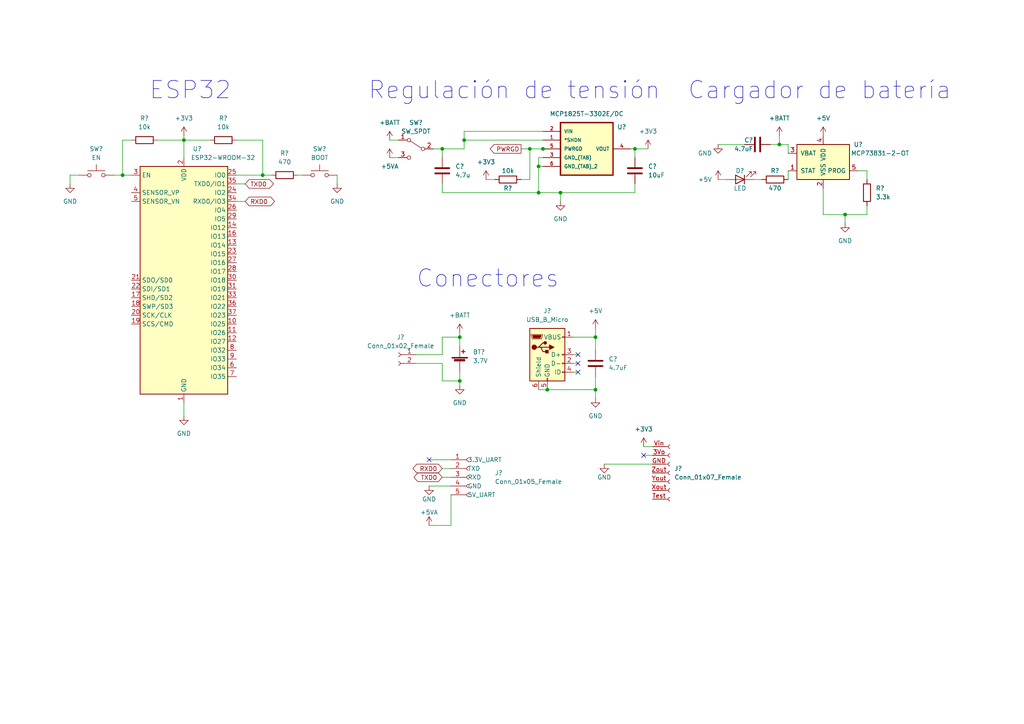
<source format=kicad_sch>
(kicad_sch (version 20211123) (generator eeschema)
  (paper "A4")
  (lib_symbols
    (symbol "Battery_Management:MCP73831-2-OT" (pin_names (offset 1.016))
      (property "Reference" "U" (at -7.62 6.35 0))
      (property "Value" "MCP73831-2-OT" (at 1.27 6.35 0))
      (symbol "MCP73831-2-OT_0_1"
        (rectangle (start -7.62 5.08) (end 7.62 -5.08) (stroke (width 0.254)) (fill (type background)))
      )
      (symbol "MCP73831-2-OT_1_1"
        (pin output line (at 10.16 -2.54 180) (length 2.54) (name "STAT") (number "1"))
        (pin power_in line (at 0 -7.62 90) (length 2.54) (name "VSS") (number "2"))
        (pin power_out line (at 10.16 2.54 180) (length 2.54) (name "VBAT") (number "3"))
        (pin power_in line (at 0 7.62 270) (length 2.54) (name "VDD") (number "4"))
        (pin input line (at -10.16 -2.54 0) (length 2.54) (name "PROG") (number "5"))
      )
    )
    (symbol "Connector:Conn_01x02_Female" (pin_names (offset 1.016) hide)
      (property "Reference" "J" (at 0 2.54 0))
      (property "Value" "Conn_01x02_Female" (at 0 -5.08 0))
      (symbol "Conn_01x02_Female_1_1"
        (arc (start 0 -2.032) (mid -0.508 -2.54) (end 0 -3.048) (stroke (width 0.1524)))
        (polyline (pts (xy -1.27 -2.54) (xy -0.508 -2.54)) (stroke (width 0.1524)))
        (polyline (pts (xy -1.27 0) (xy -0.508 0)) (stroke (width 0.1524)))
        (arc (start 0 0.508) (mid -0.508 0) (end 0 -0.508) (stroke (width 0.1524)))
        (pin passive line (at -5.08 0 0) (length 3.81) (name "Pin_1") (number "1"))
        (pin passive line (at -5.08 -2.54 0) (length 3.81) (name "Pin_2") (number "2"))
      )
    )
    (symbol "Connector:Conn_01x05_Female" (pin_names (offset 1.016))
      (property "Reference" "J?" (at 7.62 1.27 0))
      (property "Value" "Conn_01x05_Female" (at 7.62 -1.27 0))
      (symbol "Conn_01x05_Female_1_1"
        (arc (start 0 -4.572) (mid -0.508 -5.08) (end 0 -5.588) (stroke (width 0.1524)))
        (arc (start 0 -2.032) (mid -0.508 -2.54) (end 0 -3.048) (stroke (width 0.1524)))
        (polyline (pts (xy -1.27 -5.08) (xy -0.508 -5.08)) (stroke (width 0.1524)))
        (polyline (pts (xy -1.27 -2.54) (xy -0.508 -2.54)) (stroke (width 0.1524)))
        (polyline (pts (xy -1.27 0) (xy -0.508 0)) (stroke (width 0.1524)))
        (polyline (pts (xy -1.27 2.54) (xy -0.508 2.54)) (stroke (width 0.1524)))
        (polyline (pts (xy -1.27 5.08) (xy -0.508 5.08)) (stroke (width 0.1524)))
        (arc (start 0 0.508) (mid -0.508 0) (end 0 -0.508) (stroke (width 0.1524)))
        (arc (start 0 3.048) (mid -0.508 2.54) (end 0 2.032) (stroke (width 0.1524)))
        (arc (start 0 5.588) (mid -0.508 5.08) (end 0 4.572) (stroke (width 0.1524)))
        (pin passive line (at -5.08 5.08 0) (length 3.81) (name "3.3V_UART") (number "1"))
        (pin passive line (at -5.08 2.54 0) (length 3.81) (name "TXD") (number "2"))
        (pin passive line (at -5.08 0 0) (length 3.81) (name "RXD") (number "3"))
        (pin passive line (at -5.08 -2.54 0) (length 3.81) (name "GND") (number "4"))
        (pin passive line (at -5.08 -5.08 0) (length 3.81) (name "5V_UART") (number "5"))
      )
    )
    (symbol "Connector:Conn_01x07_Female" (pin_names (offset 1.016) hide)
      (property "Reference" "J?" (at 1.27 1.2701 0))
      (property "Value" "Conn_01x07_Female" (at 1.27 -1.2699 0))
      (symbol "Conn_01x07_Female_1_1"
        (arc (start 0 -7.112) (mid -0.508 -7.62) (end 0 -8.128) (stroke (width 0.1524)))
        (arc (start 0 -4.572) (mid -0.508 -5.08) (end 0 -5.588) (stroke (width 0.1524)))
        (arc (start 0 -2.032) (mid -0.508 -2.54) (end 0 -3.048) (stroke (width 0.1524)))
        (polyline (pts (xy -1.27 -7.62) (xy -0.508 -7.62)) (stroke (width 0.1524)))
        (polyline (pts (xy -1.27 -5.08) (xy -0.508 -5.08)) (stroke (width 0.1524)))
        (polyline (pts (xy -1.27 -2.54) (xy -0.508 -2.54)) (stroke (width 0.1524)))
        (polyline (pts (xy -1.27 0) (xy -0.508 0)) (stroke (width 0.1524)))
        (polyline (pts (xy -1.27 2.54) (xy -0.508 2.54)) (stroke (width 0.1524)))
        (polyline (pts (xy -1.27 5.08) (xy -0.508 5.08)) (stroke (width 0.1524)))
        (polyline (pts (xy -1.27 7.62) (xy -0.508 7.62)) (stroke (width 0.1524)))
        (arc (start 0 0.508) (mid -0.508 0) (end 0 -0.508) (stroke (width 0.1524)))
        (arc (start 0 3.048) (mid -0.508 2.54) (end 0 2.032) (stroke (width 0.1524)))
        (arc (start 0 5.588) (mid -0.508 5.08) (end 0 4.572) (stroke (width 0.1524)))
        (arc (start 0 8.128) (mid -0.508 7.62) (end 0 7.112) (stroke (width 0.1524)))
        (pin passive line (at -5.08 5.08 0) (length 3.81) (name "Pin_2") (number "3Vo"))
        (pin passive line (at -5.08 2.54 0) (length 3.81) (name "Pin_3") (number "GND"))
        (pin passive line (at -5.08 -7.62 0) (length 3.81) (name "Pin_7") (number "Test"))
        (pin passive line (at -5.08 7.62 0) (length 3.81) (name "Pin_1") (number "Vin"))
        (pin passive line (at -5.08 -5.08 0) (length 3.81) (name "Pin_6") (number "Xout"))
        (pin passive line (at -5.08 -2.54 0) (length 3.81) (name "Pin_5") (number "Yout"))
        (pin passive line (at -5.08 0 0) (length 3.81) (name "Pin_4") (number "Zout"))
      )
    )
    (symbol "Connector:USB_B_Micro" (pin_names (offset 1.016))
      (property "Reference" "J" (at -5.08 11.43 0))
      (property "Value" "USB_B_Micro" (at -5.08 8.89 0))
      (symbol "USB_B_Micro_0_1"
        (rectangle (start -5.08 -7.62) (end 5.08 7.62) (stroke (width 0.254)) (fill (type background)))
        (circle (center -3.81 2.159) (radius 0.635) (stroke (width 0.254)) (fill (type outline)))
        (circle (center -0.635 3.429) (radius 0.381) (stroke (width 0.254)) (fill (type outline)))
        (rectangle (start -0.127 -7.62) (end 0.127 -6.858))
        (polyline (pts (xy -1.905 2.159) (xy 0.635 2.159)) (stroke (width 0.254)))
        (polyline (pts (xy -3.175 2.159) (xy -2.54 2.159) (xy -1.27 3.429) (xy -0.635 3.429)) (stroke (width 0.254)))
        (polyline (pts (xy -2.54 2.159) (xy -1.905 2.159) (xy -1.27 0.889) (xy 0 0.889)) (stroke (width 0.254)))
        (polyline (pts (xy 0.635 2.794) (xy 0.635 1.524) (xy 1.905 2.159) (xy 0.635 2.794)) (stroke (width 0.254)) (fill (type outline)))
        (polyline (pts (xy -4.318 5.588) (xy -1.778 5.588) (xy -2.032 4.826) (xy -4.064 4.826) (xy -4.318 5.588)) (fill (type outline)))
        (polyline (pts (xy -4.699 5.842) (xy -4.699 5.588) (xy -4.445 4.826) (xy -4.445 4.572) (xy -1.651 4.572) (xy -1.651 4.826) (xy -1.397 5.588) (xy -1.397 5.842) (xy -4.699 5.842)))
        (rectangle (start 0.254 1.27) (end -0.508 0.508) (stroke (width 0.254)) (fill (type outline)))
        (rectangle (start 5.08 -5.207) (end 4.318 -4.953))
        (rectangle (start 5.08 -2.667) (end 4.318 -2.413))
        (rectangle (start 5.08 -0.127) (end 4.318 0.127))
        (rectangle (start 5.08 4.953) (end 4.318 5.207))
      )
      (symbol "USB_B_Micro_1_1"
        (pin power_out line (at 7.62 5.08 180) (length 2.54) (name "VBUS") (number "1"))
        (pin bidirectional line (at 7.62 -2.54 180) (length 2.54) (name "D-") (number "2"))
        (pin bidirectional line (at 7.62 0 180) (length 2.54) (name "D+") (number "3"))
        (pin passive line (at 7.62 -5.08 180) (length 2.54) (name "ID") (number "4"))
        (pin power_out line (at 0 -10.16 90) (length 2.54) (name "GND") (number "5"))
        (pin passive line (at -2.54 -10.16 90) (length 2.54) (name "Shield") (number "6"))
      )
    )
    (symbol "Device:Battery_Cell" (pin_numbers hide) (pin_names (offset 0) hide)
      (property "Reference" "BT" (at 2.54 2.54 0))
      (property "Value" "Battery_Cell" (at 2.54 0 0))
      (symbol "Battery_Cell_0_1"
        (rectangle (start -2.286 1.778) (end 2.286 1.524) (fill (type outline)))
        (rectangle (start -1.5748 1.1938) (end 1.4732 0.6858) (fill (type outline)))
        (polyline (pts (xy 0 0.762) (xy 0 0)))
        (polyline (pts (xy 0 1.778) (xy 0 2.54)))
        (polyline (pts (xy 0.508 3.429) (xy 1.524 3.429)) (stroke (width 0.254)))
        (polyline (pts (xy 1.016 3.937) (xy 1.016 2.921)) (stroke (width 0.254)))
      )
      (symbol "Battery_Cell_1_1"
        (pin passive line (at 0 5.08 270) (length 2.54) (name "+") (number "1"))
        (pin passive line (at 0 -2.54 90) (length 2.54) (name "-") (number "2"))
      )
    )
    (symbol "Device:C" (pin_numbers hide) (pin_names (offset 0.254))
      (property "Reference" "C" (at 0.635 2.54 0))
      (property "Value" "C" (at 0.635 -2.54 0))
      (symbol "C_0_1"
        (polyline (pts (xy -2.032 -0.762) (xy 2.032 -0.762)) (stroke (width 0.508)))
        (polyline (pts (xy -2.032 0.762) (xy 2.032 0.762)) (stroke (width 0.508)))
      )
      (symbol "C_1_1"
        (pin passive line (at 0 3.81 270) (length 2.794) (name "~") (number "1"))
        (pin passive line (at 0 -3.81 90) (length 2.794) (name "~") (number "2"))
      )
    )
    (symbol "Device:LED" (pin_numbers hide) (pin_names (offset 1.016) hide)
      (property "Reference" "D" (at 0 2.54 0))
      (property "Value" "LED" (at 0 -2.54 0))
      (symbol "LED_0_1"
        (polyline (pts (xy -1.27 -1.27) (xy -1.27 1.27)) (stroke (width 0.254)))
        (polyline (pts (xy -1.27 0) (xy 1.27 0)))
        (polyline (pts (xy 1.27 -1.27) (xy 1.27 1.27) (xy -1.27 0) (xy 1.27 -1.27)) (stroke (width 0.254)))
        (polyline (pts (xy -3.048 -0.762) (xy -4.572 -2.286) (xy -3.81 -2.286) (xy -4.572 -2.286) (xy -4.572 -1.524)))
        (polyline (pts (xy -1.778 -0.762) (xy -3.302 -2.286) (xy -2.54 -2.286) (xy -3.302 -2.286) (xy -3.302 -1.524)))
      )
      (symbol "LED_1_1"
        (pin passive line (at -3.81 0 0) (length 2.54) (name "K") (number "1"))
        (pin passive line (at 3.81 0 180) (length 2.54) (name "A") (number "2"))
      )
    )
    (symbol "Device:R" (pin_numbers hide) (pin_names (offset 0))
      (property "Reference" "R" (at 2.032 0 90))
      (property "Value" "R" (at 0 0 90))
      (symbol "R_0_1"
        (rectangle (start -1.016 -2.54) (end 1.016 2.54) (stroke (width 0.254)))
      )
      (symbol "R_1_1"
        (pin passive line (at 0 3.81 270) (length 1.27) (name "~") (number "1"))
        (pin passive line (at 0 -3.81 90) (length 1.27) (name "~") (number "2"))
      )
    )
    (symbol "MCP1825T-3302E_DC:MCP1825T-3302E{slash}DC" (pin_names (offset 1.016))
      (property "Reference" "U?" (at 0 15.24 0))
      (property "Value" "MCP1825T-3302E/DC" (at 0 12.7 0))
      (symbol "MCP1825T-3302E{slash}DC_0_0"
        (rectangle (start -7.62 8.89) (end 7.62 -6.35) (stroke (width 0.4064)) (fill (type background)))
        (pin input line (at -12.7 3.81 0) (length 5.08) (name "*SHDN") (number "1"))
        (pin input line (at -12.7 6.35 0) (length 5.08) (name "VIN") (number "2"))
        (pin passive line (at -12.7 -1.27 0) (length 5.08) (name "GND_(TAB)") (number "3"))
        (pin output line (at 12.7 1.27 180) (length 5.08) (name "VOUT") (number "4"))
        (pin input line (at -12.7 1.27 0) (length 5.08) (name "PWRGD") (number "5"))
        (pin passive line (at -12.7 -3.81 0) (length 5.08) (name "GND_(TAB)_2") (number "6"))
      )
    )
    (symbol "RF_Module:ESP32-WROOM-32"
      (property "Reference" "U" (at -12.7 34.29 0))
      (property "Value" "ESP32-WROOM-32" (at 1.27 34.29 0))
      (symbol "ESP32-WROOM-32_0_1"
        (rectangle (start -12.7 33.02) (end 12.7 -33.02) (stroke (width 0.254)) (fill (type background)))
      )
      (symbol "ESP32-WROOM-32_1_1"
        (pin power_in line (at 0 -35.56 90) (length 2.54) (name "GND") (number "1"))
        (pin bidirectional line (at 15.24 -12.7 180) (length 2.54) (name "IO25") (number "10"))
        (pin bidirectional line (at 15.24 -15.24 180) (length 2.54) (name "IO26") (number "11"))
        (pin bidirectional line (at 15.24 -17.78 180) (length 2.54) (name "IO27") (number "12"))
        (pin bidirectional line (at 15.24 10.16 180) (length 2.54) (name "IO14") (number "13"))
        (pin bidirectional line (at 15.24 15.24 180) (length 2.54) (name "IO12") (number "14"))
        (pin passive line (at 0 -35.56 90) (length 2.54) hide (name "GND") (number "15"))
        (pin bidirectional line (at 15.24 12.7 180) (length 2.54) (name "IO13") (number "16"))
        (pin bidirectional line (at -15.24 -5.08 0) (length 2.54) (name "SHD/SD2") (number "17"))
        (pin bidirectional line (at -15.24 -7.62 0) (length 2.54) (name "SWP/SD3") (number "18"))
        (pin bidirectional line (at -15.24 -12.7 0) (length 2.54) (name "SCS/CMD") (number "19"))
        (pin power_in line (at 0 35.56 270) (length 2.54) (name "VDD") (number "2"))
        (pin bidirectional line (at -15.24 -10.16 0) (length 2.54) (name "SCK/CLK") (number "20"))
        (pin bidirectional line (at -15.24 0 0) (length 2.54) (name "SDO/SD0") (number "21"))
        (pin bidirectional line (at -15.24 -2.54 0) (length 2.54) (name "SDI/SD1") (number "22"))
        (pin bidirectional line (at 15.24 7.62 180) (length 2.54) (name "IO15") (number "23"))
        (pin bidirectional line (at 15.24 25.4 180) (length 2.54) (name "IO2") (number "24"))
        (pin bidirectional line (at 15.24 30.48 180) (length 2.54) (name "IO0") (number "25"))
        (pin bidirectional line (at 15.24 20.32 180) (length 2.54) (name "IO4") (number "26"))
        (pin bidirectional line (at 15.24 5.08 180) (length 2.54) (name "IO16") (number "27"))
        (pin bidirectional line (at 15.24 2.54 180) (length 2.54) (name "IO17") (number "28"))
        (pin bidirectional line (at 15.24 17.78 180) (length 2.54) (name "IO5") (number "29"))
        (pin input line (at -15.24 30.48 0) (length 2.54) (name "EN") (number "3"))
        (pin bidirectional line (at 15.24 0 180) (length 2.54) (name "IO18") (number "30"))
        (pin bidirectional line (at 15.24 -2.54 180) (length 2.54) (name "IO19") (number "31"))
        (pin no_connect line (at -12.7 -27.94 0) (length 2.54) hide (name "NC") (number "32"))
        (pin bidirectional line (at 15.24 -5.08 180) (length 2.54) (name "IO21") (number "33"))
        (pin bidirectional line (at 15.24 22.86 180) (length 2.54) (name "RXD0/IO3") (number "34"))
        (pin bidirectional line (at 15.24 27.94 180) (length 2.54) (name "TXD0/IO1") (number "35"))
        (pin bidirectional line (at 15.24 -7.62 180) (length 2.54) (name "IO22") (number "36"))
        (pin bidirectional line (at 15.24 -10.16 180) (length 2.54) (name "IO23") (number "37"))
        (pin passive line (at 0 -35.56 90) (length 2.54) hide (name "GND") (number "38"))
        (pin passive line (at 0 -35.56 90) (length 2.54) hide (name "GND") (number "39"))
        (pin input line (at -15.24 25.4 0) (length 2.54) (name "SENSOR_VP") (number "4"))
        (pin input line (at -15.24 22.86 0) (length 2.54) (name "SENSOR_VN") (number "5"))
        (pin input line (at 15.24 -25.4 180) (length 2.54) (name "IO34") (number "6"))
        (pin input line (at 15.24 -27.94 180) (length 2.54) (name "IO35") (number "7"))
        (pin bidirectional line (at 15.24 -20.32 180) (length 2.54) (name "IO32") (number "8"))
        (pin bidirectional line (at 15.24 -22.86 180) (length 2.54) (name "IO33") (number "9"))
      )
    )
    (symbol "Switch:SW_Push" (pin_numbers hide) (pin_names (offset 1.016) hide)
      (property "Reference" "SW" (at 1.27 2.54 0))
      (property "Value" "SW_Push" (at 0 -1.524 0))
      (symbol "SW_Push_0_1"
        (circle (center -2.032 0) (radius 0.508))
        (polyline (pts (xy 0 1.27) (xy 0 3.048)))
        (polyline (pts (xy 2.54 1.27) (xy -2.54 1.27)))
        (circle (center 2.032 0) (radius 0.508))
        (pin passive line (at -5.08 0 0) (length 2.54) (name "1") (number "1"))
        (pin passive line (at 5.08 0 180) (length 2.54) (name "2") (number "2"))
      )
    )
    (symbol "Switch:SW_SPDT" (pin_names (offset 0) hide)
      (property "Reference" "SW" (at 0 4.318 0))
      (property "Value" "SW_SPDT" (at 0 -5.08 0))
      (symbol "SW_SPDT_0_0"
        (circle (center -2.032 0) (radius 0.508))
        (circle (center 2.032 -2.54) (radius 0.508))
      )
      (symbol "SW_SPDT_0_1"
        (polyline (pts (xy -1.524 0.254) (xy 1.651 2.286)))
        (circle (center 2.032 2.54) (radius 0.508))
      )
      (symbol "SW_SPDT_1_1"
        (pin passive line (at 5.08 2.54 180) (length 2.54) (name "A") (number "1"))
        (pin passive line (at -5.08 0 0) (length 2.54) (name "B") (number "2"))
        (pin passive line (at 5.08 -2.54 180) (length 2.54) (name "C") (number "3"))
      )
    )
    (symbol "power:+3.3V" (power) (pin_names (offset 0))
      (property "Value" "+3.3V" (at 0 3.556 0))
      (symbol "+3.3V_0_1"
        (polyline (pts (xy -0.762 1.27) (xy 0 2.54)))
        (polyline (pts (xy 0 0) (xy 0 2.54)))
        (polyline (pts (xy 0 2.54) (xy 0.762 1.27)))
      )
      (symbol "+3.3V_1_1"
        (pin power_in line (at 0 0 90) (length 0) hide (name "+3V3") (number "1"))
      )
    )
    (symbol "power:+5V" (power) (pin_names (offset 0))
      (property "Value" "+5V" (at 0 3.556 0))
      (symbol "+5V_0_1"
        (polyline (pts (xy -0.762 1.27) (xy 0 2.54)))
        (polyline (pts (xy 0 0) (xy 0 2.54)))
        (polyline (pts (xy 0 2.54) (xy 0.762 1.27)))
      )
      (symbol "+5V_1_1"
        (pin power_in line (at 0 0 90) (length 0) hide (name "+5V") (number "1"))
      )
    )
    (symbol "power:+5VA" (power) (pin_names (offset 0))
      (property "Value" "+5VA" (at 0 3.556 0))
      (symbol "+5VA_0_1"
        (polyline (pts (xy -0.762 1.27) (xy 0 2.54)))
        (polyline (pts (xy 0 0) (xy 0 2.54)))
        (polyline (pts (xy 0 2.54) (xy 0.762 1.27)))
      )
      (symbol "+5VA_1_1"
        (pin power_in line (at 0 0 90) (length 0) hide (name "+5VA") (number "1"))
      )
    )
    (symbol "power:+BATT" (power) (pin_names (offset 0))
      (property "Value" "+BATT" (at 0 3.556 0))
      (symbol "+BATT_0_1"
        (polyline (pts (xy -0.762 1.27) (xy 0 2.54)))
        (polyline (pts (xy 0 0) (xy 0 2.54)))
        (polyline (pts (xy 0 2.54) (xy 0.762 1.27)))
      )
      (symbol "+BATT_1_1"
        (pin power_in line (at 0 0 90) (length 0) hide (name "+BATT") (number "1"))
      )
    )
    (symbol "power:GND" (power) (pin_names (offset 0))
      (property "Value" "GND" (at 0 -3.81 0))
      (symbol "GND_0_1"
        (polyline (pts (xy 0 0) (xy 0 -1.27) (xy 1.27 -1.27) (xy 0 -2.54) (xy -1.27 -1.27) (xy 0 -1.27)))
      )
      (symbol "GND_1_1"
        (pin power_in line (at 0 0 270) (length 0) hide (name "GND") (number "1"))
      )
    )
  )
  (junction (at 172.72 113.03))
  (junction (at 35.56 50.8))
  (junction (at 76.2 50.8))
  (junction (at 156.21 48.26))
  (junction (at 134.62 40.64))
  (junction (at 157.48 43.18))
  (junction (at 133.35 110.49))
  (junction (at 133.35 97.79))
  (junction (at 172.72 97.79))
  (junction (at 162.56 55.88))
  (junction (at 153.67 43.18))
  (junction (at 53.34 40.64))
  (junction (at 158.75 113.03))
  (junction (at 226.06 41.91))
  (junction (at 156.21 55.88))
  (junction (at 245.11 62.23))
  (junction (at 128.27 43.18))
  (junction (at 184.15 43.18))
  (no_connect (at 167.64 105.41))
  (no_connect (at 167.64 107.95))
  (no_connect (at 167.64 102.87))
  (no_connect (at 186.69 132.08))
  (no_connect (at 124.46 133.35))
  (wire (pts (xy 128.27 105.41) (xy 128.27 110.49)))
  (wire (pts (xy 156.21 55.88) (xy 162.56 55.88)))
  (wire (pts (xy 128.27 55.88) (xy 128.27 53.34)))
  (wire (pts (xy 68.58 53.34) (xy 71.12 53.34)))
  (wire (pts (xy 134.62 40.64) (xy 157.48 40.64)))
  (wire (pts (xy 68.58 40.64) (xy 76.2 40.64)))
  (wire (pts (xy 120.65 105.41) (xy 128.27 105.41)))
  (wire (pts (xy 128.27 55.88) (xy 156.21 55.88)))
  (wire (pts (xy 68.58 58.42) (xy 71.12 58.42)))
  (wire (pts (xy 134.62 40.64) (xy 134.62 38.1)))
  (wire (pts (xy 223.52 41.91) (xy 226.06 41.91)))
  (wire (pts (xy 228.6 41.91) (xy 226.06 41.91)))
  (wire (pts (xy 130.81 152.4) (xy 130.81 143.51)))
  (wire (pts (xy 251.46 49.53) (xy 251.46 52.07)))
  (wire (pts (xy 208.28 41.91) (xy 215.9 41.91)))
  (wire (pts (xy 53.34 40.64) (xy 60.96 40.64)))
  (wire (pts (xy 172.72 95.25) (xy 172.72 97.79)))
  (wire (pts (xy 186.69 129.54) (xy 189.23 129.54)))
  (wire (pts (xy 22.86 50.8) (xy 20.32 50.8)))
  (wire (pts (xy 113.03 40.64) (xy 115.57 40.64)))
  (wire (pts (xy 162.56 55.88) (xy 184.15 55.88)))
  (wire (pts (xy 53.34 120.65) (xy 53.34 116.84)))
  (wire (pts (xy 153.67 43.18) (xy 157.48 43.18)))
  (wire (pts (xy 172.72 109.22) (xy 172.72 113.03)))
  (wire (pts (xy 156.21 45.72) (xy 156.21 48.26)))
  (wire (pts (xy 151.13 52.07) (xy 153.67 52.07)))
  (wire (pts (xy 228.6 52.07) (xy 228.6 49.53)))
  (wire (pts (xy 76.2 50.8) (xy 78.74 50.8)))
  (wire (pts (xy 210.82 52.07) (xy 208.28 52.07)))
  (wire (pts (xy 134.62 38.1) (xy 157.48 38.1)))
  (wire (pts (xy 124.46 152.4) (xy 130.81 152.4)))
  (wire (pts (xy 166.37 102.87) (xy 167.64 102.87)))
  (wire (pts (xy 128.27 110.49) (xy 133.35 110.49)))
  (wire (pts (xy 45.72 40.64) (xy 53.34 40.64)))
  (wire (pts (xy 134.62 43.18) (xy 134.62 40.64)))
  (wire (pts (xy 53.34 40.64) (xy 53.34 45.72)))
  (wire (pts (xy 128.27 138.43) (xy 130.81 138.43)))
  (wire (pts (xy 133.35 97.79) (xy 133.35 100.33)))
  (wire (pts (xy 53.34 39.37) (xy 53.34 40.64)))
  (wire (pts (xy 76.2 40.64) (xy 76.2 50.8)))
  (wire (pts (xy 35.56 50.8) (xy 38.1 50.8)))
  (wire (pts (xy 238.76 54.61) (xy 238.76 62.23)))
  (wire (pts (xy 128.27 135.89) (xy 130.81 135.89)))
  (wire (pts (xy 226.06 39.37) (xy 226.06 41.91)))
  (wire (pts (xy 86.36 50.8) (xy 87.63 50.8)))
  (wire (pts (xy 228.6 44.45) (xy 228.6 41.91)))
  (wire (pts (xy 33.02 50.8) (xy 35.56 50.8)))
  (wire (pts (xy 251.46 62.23) (xy 245.11 62.23)))
  (wire (pts (xy 166.37 105.41) (xy 167.64 105.41)))
  (wire (pts (xy 97.79 50.8) (xy 97.79 53.34)))
  (wire (pts (xy 156.21 113.03) (xy 158.75 113.03)))
  (wire (pts (xy 128.27 97.79) (xy 128.27 102.87)))
  (wire (pts (xy 184.15 55.88) (xy 184.15 53.34)))
  (wire (pts (xy 166.37 107.95) (xy 167.64 107.95)))
  (wire (pts (xy 133.35 110.49) (xy 133.35 111.76)))
  (wire (pts (xy 20.32 50.8) (xy 20.32 53.34)))
  (wire (pts (xy 153.67 43.18) (xy 153.67 52.07)))
  (wire (pts (xy 133.35 96.52) (xy 133.35 97.79)))
  (wire (pts (xy 38.1 40.64) (xy 35.56 40.64)))
  (wire (pts (xy 175.26 134.62) (xy 189.23 134.62)))
  (wire (pts (xy 120.65 102.87) (xy 128.27 102.87)))
  (wire (pts (xy 245.11 64.77) (xy 245.11 62.23)))
  (wire (pts (xy 157.48 43.18) (xy 160.02 43.18)))
  (wire (pts (xy 157.48 45.72) (xy 156.21 45.72)))
  (wire (pts (xy 184.15 43.18) (xy 184.15 45.72)))
  (wire (pts (xy 162.56 55.88) (xy 162.56 58.42)))
  (wire (pts (xy 184.15 43.18) (xy 187.96 43.18)))
  (wire (pts (xy 186.69 132.08) (xy 189.23 132.08)))
  (wire (pts (xy 140.97 52.07) (xy 143.51 52.07)))
  (wire (pts (xy 124.46 140.97) (xy 130.81 140.97)))
  (wire (pts (xy 128.27 97.79) (xy 133.35 97.79)))
  (wire (pts (xy 245.11 62.23) (xy 238.76 62.23)))
  (wire (pts (xy 166.37 97.79) (xy 172.72 97.79)))
  (wire (pts (xy 158.75 113.03) (xy 172.72 113.03)))
  (wire (pts (xy 251.46 49.53) (xy 248.92 49.53)))
  (wire (pts (xy 125.73 43.18) (xy 128.27 43.18)))
  (wire (pts (xy 151.13 43.18) (xy 153.67 43.18)))
  (wire (pts (xy 251.46 59.69) (xy 251.46 62.23)))
  (wire (pts (xy 124.46 133.35) (xy 130.81 133.35)))
  (wire (pts (xy 172.72 113.03) (xy 172.72 115.57)))
  (wire (pts (xy 218.44 52.07) (xy 220.98 52.07)))
  (wire (pts (xy 113.03 45.72) (xy 115.57 45.72)))
  (wire (pts (xy 68.58 50.8) (xy 76.2 50.8)))
  (wire (pts (xy 172.72 97.79) (xy 172.72 101.6)))
  (wire (pts (xy 134.62 43.18) (xy 128.27 43.18)))
  (wire (pts (xy 156.21 48.26) (xy 156.21 55.88)))
  (wire (pts (xy 182.88 43.18) (xy 184.15 43.18)))
  (wire (pts (xy 35.56 40.64) (xy 35.56 50.8)))
  (wire (pts (xy 156.21 48.26) (xy 157.48 48.26)))
  (wire (pts (xy 133.35 107.95) (xy 133.35 110.49)))
  (wire (pts (xy 128.27 43.18) (xy 128.27 45.72)))
  (text "Cargador de batería" (at 199.39 29.21 0) (effects (font (size 5 5)) (justify left bottom)))
  (text "ESP32" (at 43.18 29.21 0) (effects (font (size 5 5)) (justify left bottom)))
  (text "Conectores" (at 120.65 83.82 0) (effects (font (size 5 5)) (justify left bottom)))
  (text "Regulación de tensión" (at 106.68 29.21 0) (effects (font (size 5 5)) (justify left bottom)))
  (global_label "RXD0" (shape bidirectional) (at 128.27 135.89 180) (property "Referencias entre hojas" "${INTERSHEET_REFS}" (effects hide)))
  (global_label "RXD0" (shape bidirectional) (at 71.12 58.42 0) (property "Referencias entre hojas" "${INTERSHEET_REFS}" (effects hide)))
  (global_label "TXD0" (shape bidirectional) (at 71.12 53.34 0) (property "Referencias entre hojas" "${INTERSHEET_REFS}" (effects hide)))
  (global_label "PWRGD" (shape output) (at 151.13 43.18 180) (property "Referencias entre hojas" "${INTERSHEET_REFS}" (effects hide)))
  (global_label "TXD0" (shape bidirectional) (at 128.27 138.43 180) (property "Referencias entre hojas" "${INTERSHEET_REFS}" (effects hide)))
  (symbol (lib_id "power:GND") (at 133.35 111.76 0) (unit 1)
    (property "Reference" "#PWR?" (effects hide))
    (property "Value" "GND" (at 133.35 116.84 0))
  )
  (symbol (lib_id "power:+3.3V") (at 53.34 39.37 0) (unit 1)
    (property "Reference" "#PWR?" (effects hide))
    (property "Value" "+3.3V" (at 53.34 34.29 0))
  )
  (symbol (lib_id "power:+5V") (at 208.28 52.07 0) (unit 1)
    (property "Reference" "#PWR?" (effects hide))
    (property "Value" "+5V" (at 204.47 52.07 0))
  )
  (symbol (lib_id "power:GND") (at 53.34 120.65 0) (unit 1)
    (property "Reference" "#PWR?" (effects hide))
    (property "Value" "GND" (at 53.34 125.73 0))
  )
  (symbol (lib_id "power:+5VA") (at 113.03 45.72 0) (unit 1)
    (property "Reference" "#PWR?" (effects hide))
    (property "Value" "+5VA" (at 113.03 48.26 0))
  )
  (symbol (lib_id "MCP1825T-3302E_DC:MCP1825T-3302E{slash}DC") (at 170.18 44.45 0) (unit 1)
    (property "Reference" "U?" (at 180.34 36.83 0))
    (property "Value" "MCP1825T-3302E/DC" (at 170.18 33.02 0))
    (property "Footprint" "SOT230P700X180-6N" (effects hide))
    (property "SUPPLIER" "Microchip" (effects hide))
    (property "OC_FARNELL" "1578408" (effects hide))
    (property "OC_NEWARK" "40M0718" (effects hide))
    (property "PACKAGE" "SOT223-5" (effects hide))
    (property "MPN" "MCP1825T-3302E/DC" (effects hide))
  )
  (symbol (lib_id "Device:C") (at 184.15 49.53 0) (unit 1)
    (property "Reference" "C?" (at 187.96 48.2599 0) (effects (justify left)))
    (property "Value" "10uF" (at 187.96 50.7999 0) (effects (justify left)))
  )
  (symbol (lib_id "power:+3.3V") (at 140.97 52.07 0) (unit 1)
    (property "Reference" "#PWR?" (effects hide))
    (property "Value" "+3.3V" (at 140.97 46.99 0))
  )
  (symbol (lib_id "Connector:Conn_01x05_Female") (at 135.89 138.43 0) (unit 1)
    (property "Reference" "J?" (at 143.51 137.16 0) (effects (justify left)))
    (property "Value" "Conn_01x05_Female" (at 143.51 139.7 0) (effects (justify left)))
    (property "Footprint" "Connector_PinSocket_2.54mm:PinSocket_1x05_P2.54mm_Horizontal" (effects hide))
  )
  (symbol (lib_id "Device:R") (at 41.91 40.64 90) (unit 1)
    (property "Reference" "R?" (at 41.91 34.29 90))
    (property "Value" "10k" (at 41.91 36.83 90))
  )
  (symbol (lib_id "power:GND") (at 124.46 140.97 0) (unit 1)
    (property "Reference" "#PWR?" (effects hide))
    (property "Value" "GND" (at 124.46 144.78 0))
  )
  (symbol (lib_id "Device:C") (at 219.71 41.91 90) (unit 1)
    (property "Reference" "C?" (at 218.44 40.64 90) (effects (justify left)))
    (property "Value" "4.7uF" (at 218.44 43.18 90) (effects (justify left)))
  )
  (symbol (lib_id "power:GND") (at 97.79 53.34 0) (unit 1)
    (property "Reference" "#PWR?" (effects hide))
    (property "Value" "GND" (at 97.79 58.42 0))
  )
  (symbol (lib_id "power:GND") (at 172.72 115.57 0) (unit 1)
    (property "Reference" "#PWR?" (effects hide))
    (property "Value" "GND" (at 172.72 120.65 0))
  )
  (symbol (lib_id "Device:R") (at 251.46 55.88 0) (unit 1)
    (property "Reference" "R?" (at 254 54.6099 0) (effects (justify left)))
    (property "Value" "3.3k" (at 254 57.1499 0) (effects (justify left)))
  )
  (symbol (lib_id "RF_Module:ESP32-WROOM-32") (at 53.34 81.28 0) (unit 1)
    (property "Reference" "U?" (at 55.88 43.18 0) (effects (justify left)))
    (property "Value" "ESP32-WROOM-32" (at 55.3594 45.72 0) (effects (justify left)))
    (property "Footprint" "RF_Module:ESP32-WROOM-32" (effects hide))
    (property "Datasheet" "https://www.espressif.com/sites/default/files/documentation/esp32-wroom-32_datasheet_en.pdf" (effects hide))
  )
  (symbol (lib_id "power:GND") (at 175.26 134.62 0) (unit 1)
    (property "Reference" "#PWR?" (effects hide))
    (property "Value" "GND" (at 175.26 138.43 0))
  )
  (symbol (lib_id "power:+3.3V") (at 187.96 43.18 0) (unit 1)
    (property "Reference" "#PWR?" (effects hide))
    (property "Value" "+3.3V" (at 187.96 38.1 0))
  )
  (symbol (lib_id "Battery_Management:MCP73831-2-OT") (at 238.76 46.99 0) (mirror y) (unit 1)
    (property "Reference" "U?" (at 248.92 41.91 0))
    (property "Value" "MCP73831-2-OT" (at 255.27 44.45 0))
    (property "Footprint" "Package_TO_SOT_SMD:SOT-23-5" (effects hide))
    (property "Datasheet" "http://ww1.microchip.com/downloads/en/DeviceDoc/20001984g.pdf" (effects hide))
  )
  (symbol (lib_id "power:+BATT") (at 226.06 39.37 0) (unit 1)
    (property "Reference" "#PWR?" (effects hide))
    (property "Value" "+BATT" (at 226.06 34.29 0))
  )
  (symbol (lib_id "Switch:SW_Push") (at 92.71 50.8 0) (unit 1)
    (property "Reference" "SW?" (at 92.71 43.18 0))
    (property "Value" "BOOT" (at 92.71 45.72 0))
  )
  (symbol (lib_id "Switch:SW_SPDT") (at 120.65 43.18 0) (mirror y) (unit 1)
    (property "Reference" "SW?" (at 120.65 35.56 0))
    (property "Value" "SW_SPDT" (at 120.65 38.1 0))
  )
  (symbol (lib_id "power:+3.3V") (at 186.69 129.54 0) (unit 1)
    (property "Reference" "#PWR?" (effects hide))
    (property "Value" "+3.3V" (at 186.69 124.46 0))
  )
  (symbol (lib_id "Device:LED") (at 214.63 52.07 180) (unit 1)
    (property "Reference" "D?" (at 214.63 49.53 0))
    (property "Value" "LED" (at 214.63 54.61 0))
  )
  (symbol (lib_id "Switch:SW_Push") (at 27.94 50.8 0) (unit 1)
    (property "Reference" "SW?" (at 27.94 43.18 0))
    (property "Value" "EN" (at 27.94 45.72 0))
  )
  (symbol (lib_id "power:+BATT") (at 113.03 40.64 0) (unit 1)
    (property "Reference" "#PWR?" (effects hide))
    (property "Value" "+BATT" (at 113.03 35.56 0))
  )
  (symbol (lib_id "power:GND") (at 245.11 64.77 0) (unit 1)
    (property "Reference" "#PWR?" (effects hide))
    (property "Value" "GND" (at 245.11 69.85 0))
  )
  (symbol (lib_id "Connector:Conn_01x02_Female") (at 115.57 102.87 0) (mirror y) (unit 1)
    (property "Reference" "J?" (at 116.205 97.79 0))
    (property "Value" "Conn_01x02_Female" (at 116.205 100.33 0))
    (property "Footprint" "Connector_JST:JST_PH_S2B-PH-K_1x02_P2.00mm_Horizontal" (effects hide))
  )
  (symbol (lib_id "Device:Battery_Cell") (at 133.35 105.41 0) (unit 1)
    (property "Reference" "BT?" (at 137.16 102.1079 0) (effects (justify left)))
    (property "Value" "3.7V" (at 137.16 104.6479 0) (effects (justify left)))
  )
  (symbol (lib_id "power:GND") (at 208.28 41.91 0) (unit 1)
    (property "Reference" "#PWR?" (effects hide))
    (property "Value" "GND" (at 204.47 44.45 0))
  )
  (symbol (lib_id "power:+BATT") (at 133.35 96.52 0) (unit 1)
    (property "Reference" "#PWR?" (effects hide))
    (property "Value" "+BATT" (at 133.35 91.44 0))
  )
  (symbol (lib_id "Device:R") (at 224.79 52.07 90) (unit 1)
    (property "Reference" "R?" (at 224.79 49.53 90))
    (property "Value" "470" (at 224.79 54.61 90))
  )
  (symbol (lib_id "Device:C") (at 128.27 49.53 0) (unit 1)
    (property "Reference" "C?" (at 132.08 48.2599 0) (effects (justify left)))
    (property "Value" "4.7u" (at 132.08 50.7999 0) (effects (justify left)))
  )
  (symbol (lib_id "power:GND") (at 162.56 58.42 0) (unit 1)
    (property "Reference" "#PWR?" (effects hide))
    (property "Value" "GND" (at 162.56 63.5 0))
  )
  (symbol (lib_id "power:+5V") (at 238.76 39.37 0) (unit 1)
    (property "Reference" "#PWR?" (effects hide))
    (property "Value" "+5V" (at 238.76 34.29 0))
  )
  (symbol (lib_id "Device:C") (at 172.72 105.41 0) (unit 1)
    (property "Reference" "C?" (at 176.53 104.1399 0) (effects (justify left)))
    (property "Value" "4.7uF" (at 176.53 106.6799 0) (effects (justify left)))
  )
  (symbol (lib_id "Connector:USB_B_Micro") (at 158.75 102.87 0) (unit 1)
    (property "Reference" "J?" (at 158.75 90.17 0))
    (property "Value" "USB_B_Micro" (at 158.75 92.71 0))
  )
  (symbol (lib_id "Device:R") (at 64.77 40.64 90) (unit 1)
    (property "Reference" "R?" (at 64.77 34.29 90))
    (property "Value" "10k" (at 64.77 36.83 90))
  )
  (symbol (lib_id "power:GND") (at 20.32 53.34 0) (unit 1)
    (property "Reference" "#PWR?" (effects hide))
    (property "Value" "GND" (at 20.32 58.42 0))
  )
  (symbol (lib_id "power:+5VA") (at 124.46 152.4 0) (unit 1)
    (property "Reference" "#PWR?" (effects hide))
    (property "Value" "+5VA" (at 124.46 148.59 0))
  )
  (symbol (lib_id "Device:R") (at 147.32 52.07 270) (unit 1)
    (property "Reference" "R?" (at 147.32 54.61 90))
    (property "Value" "10k" (at 147.32 49.53 90))
  )
  (symbol (lib_id "Connector:Conn_01x07_Female") (at 194.31 137.16 0) (unit 1)
    (property "Reference" "J?" (at 195.58 135.8899 0) (effects (justify left)))
    (property "Value" "Conn_01x07_Female" (at 195.58 138.4299 0) (effects (justify left)))
    (property "Footprint" "Connector_PinSocket_2.54mm:PinSocket_1x07_P2.54mm_Vertical" (effects hide))
  )
  (symbol (lib_id "power:+5V") (at 172.72 95.25 0) (unit 1)
    (property "Reference" "#PWR?" (effects hide))
    (property "Value" "+5V" (at 172.72 90.17 0))
  )
  (symbol (lib_id "Device:R") (at 82.55 50.8 270) (unit 1)
    (property "Reference" "R?" (at 82.55 44.45 90))
    (property "Value" "470" (at 82.55 46.99 90))
  )
)
</source>
